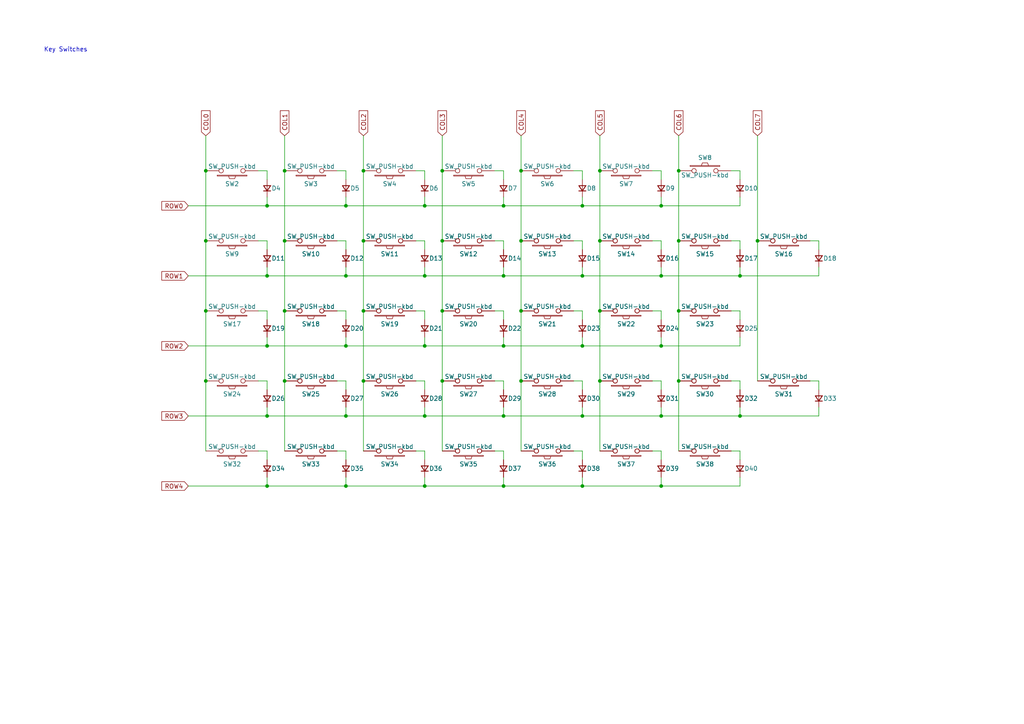
<source format=kicad_sch>
(kicad_sch (version 20211123) (generator eeschema)
  (paper "A4")
  (lib_symbols
    (symbol "D_Small_1" (pin_numbers hide) (pin_names (offset 0.254) hide)
      (property "Reference" "D" (at -1.27 2.032 0))
      (property "Value" "D_Small_1" (at -3.81 -2.032 0))
      (symbol "D_Small_1_1_1"
        (pin passive line (at -2.54 0 0) (length 1.778) (name "K") (number "1"))
        (pin passive line (at 2.54 0 180) (length 1.778) (name "A") (number "2"))
      )
    )
    (symbol "D_Small_10" (pin_numbers hide) (pin_names (offset 0.254) hide)
      (property "Reference" "D" (at -1.27 2.032 0))
      (property "Value" "D_Small_10" (at -3.81 -2.032 0))
      (symbol "D_Small_10_1_1"
        (pin passive line (at -2.54 0 0) (length 1.778) (name "K") (number "1"))
        (pin passive line (at 2.54 0 180) (length 1.778) (name "A") (number "2"))
      )
    )
    (symbol "D_Small_11" (pin_numbers hide) (pin_names (offset 0.254) hide)
      (property "Reference" "D" (at -1.27 2.032 0))
      (property "Value" "D_Small_11" (at -3.81 -2.032 0))
      (symbol "D_Small_11_1_1"
        (pin passive line (at -2.54 0 0) (length 1.778) (name "K") (number "1"))
        (pin passive line (at 2.54 0 180) (length 1.778) (name "A") (number "2"))
      )
    )
    (symbol "D_Small_12" (pin_numbers hide) (pin_names (offset 0.254) hide)
      (property "Reference" "D" (at -1.27 2.032 0))
      (property "Value" "D_Small_12" (at -3.81 -2.032 0))
      (symbol "D_Small_12_1_1"
        (pin passive line (at -2.54 0 0) (length 1.778) (name "K") (number "1"))
        (pin passive line (at 2.54 0 180) (length 1.778) (name "A") (number "2"))
      )
    )
    (symbol "D_Small_13" (pin_numbers hide) (pin_names (offset 0.254) hide)
      (property "Reference" "D" (at -1.27 2.032 0))
      (property "Value" "D_Small_13" (at -3.81 -2.032 0))
      (symbol "D_Small_13_1_1"
        (pin passive line (at -2.54 0 0) (length 1.778) (name "K") (number "1"))
        (pin passive line (at 2.54 0 180) (length 1.778) (name "A") (number "2"))
      )
    )
    (symbol "D_Small_14" (pin_numbers hide) (pin_names (offset 0.254) hide)
      (property "Reference" "D" (at -1.27 2.032 0))
      (property "Value" "D_Small_14" (at -3.81 -2.032 0))
      (symbol "D_Small_14_1_1"
        (pin passive line (at -2.54 0 0) (length 1.778) (name "K") (number "1"))
        (pin passive line (at 2.54 0 180) (length 1.778) (name "A") (number "2"))
      )
    )
    (symbol "D_Small_15" (pin_numbers hide) (pin_names (offset 0.254) hide)
      (property "Reference" "D" (at -1.27 2.032 0))
      (property "Value" "D_Small_15" (at -3.81 -2.032 0))
      (symbol "D_Small_15_1_1"
        (pin passive line (at -2.54 0 0) (length 1.778) (name "K") (number "1"))
        (pin passive line (at 2.54 0 180) (length 1.778) (name "A") (number "2"))
      )
    )
    (symbol "D_Small_16" (pin_numbers hide) (pin_names (offset 0.254) hide)
      (property "Reference" "D" (at -1.27 2.032 0))
      (property "Value" "D_Small_16" (at -3.81 -2.032 0))
      (symbol "D_Small_16_1_1"
        (pin passive line (at -2.54 0 0) (length 1.778) (name "K") (number "1"))
        (pin passive line (at 2.54 0 180) (length 1.778) (name "A") (number "2"))
      )
    )
    (symbol "D_Small_17" (pin_numbers hide) (pin_names (offset 0.254) hide)
      (property "Reference" "D" (at -1.27 2.032 0))
      (property "Value" "D_Small_17" (at -3.81 -2.032 0))
      (symbol "D_Small_17_1_1"
        (pin passive line (at -2.54 0 0) (length 1.778) (name "K") (number "1"))
        (pin passive line (at 2.54 0 180) (length 1.778) (name "A") (number "2"))
      )
    )
    (symbol "D_Small_18" (pin_numbers hide) (pin_names (offset 0.254) hide)
      (property "Reference" "D" (at -1.27 2.032 0))
      (property "Value" "D_Small_18" (at -3.81 -2.032 0))
      (symbol "D_Small_18_1_1"
        (pin passive line (at -2.54 0 0) (length 1.778) (name "K") (number "1"))
        (pin passive line (at 2.54 0 180) (length 1.778) (name "A") (number "2"))
      )
    )
    (symbol "D_Small_19" (pin_numbers hide) (pin_names (offset 0.254) hide)
      (property "Reference" "D" (at -1.27 2.032 0))
      (property "Value" "D_Small_19" (at -3.81 -2.032 0))
      (symbol "D_Small_19_1_1"
        (pin passive line (at -2.54 0 0) (length 1.778) (name "K") (number "1"))
        (pin passive line (at 2.54 0 180) (length 1.778) (name "A") (number "2"))
      )
    )
    (symbol "D_Small_2" (pin_numbers hide) (pin_names (offset 0.254) hide)
      (property "Reference" "D" (at -1.27 2.032 0))
      (property "Value" "D_Small_2" (at -3.81 -2.032 0))
      (symbol "D_Small_2_1_1"
        (pin passive line (at -2.54 0 0) (length 1.778) (name "K") (number "1"))
        (pin passive line (at 2.54 0 180) (length 1.778) (name "A") (number "2"))
      )
    )
    (symbol "D_Small_20" (pin_numbers hide) (pin_names (offset 0.254) hide)
      (property "Reference" "D" (at -1.27 2.032 0))
      (property "Value" "D_Small_20" (at -3.81 -2.032 0))
      (symbol "D_Small_20_1_1"
        (pin passive line (at -2.54 0 0) (length 1.778) (name "K") (number "1"))
        (pin passive line (at 2.54 0 180) (length 1.778) (name "A") (number "2"))
      )
    )
    (symbol "D_Small_21" (pin_numbers hide) (pin_names (offset 0.254) hide)
      (property "Reference" "D" (at -1.27 2.032 0))
      (property "Value" "D_Small_21" (at -3.81 -2.032 0))
      (symbol "D_Small_21_1_1"
        (pin passive line (at -2.54 0 0) (length 1.778) (name "K") (number "1"))
        (pin passive line (at 2.54 0 180) (length 1.778) (name "A") (number "2"))
      )
    )
    (symbol "D_Small_22" (pin_numbers hide) (pin_names (offset 0.254) hide)
      (property "Reference" "D" (at -1.27 2.032 0))
      (property "Value" "D_Small_22" (at -3.81 -2.032 0))
      (symbol "D_Small_22_1_1"
        (pin passive line (at -2.54 0 0) (length 1.778) (name "K") (number "1"))
        (pin passive line (at 2.54 0 180) (length 1.778) (name "A") (number "2"))
      )
    )
    (symbol "D_Small_23" (pin_numbers hide) (pin_names (offset 0.254) hide)
      (property "Reference" "D" (at -1.27 2.032 0))
      (property "Value" "D_Small_23" (at -3.81 -2.032 0))
      (symbol "D_Small_23_1_1"
        (pin passive line (at -2.54 0 0) (length 1.778) (name "K") (number "1"))
        (pin passive line (at 2.54 0 180) (length 1.778) (name "A") (number "2"))
      )
    )
    (symbol "D_Small_24" (pin_numbers hide) (pin_names (offset 0.254) hide)
      (property "Reference" "D" (at -1.27 2.032 0))
      (property "Value" "D_Small_24" (at -3.81 -2.032 0))
      (symbol "D_Small_24_1_1"
        (pin passive line (at -2.54 0 0) (length 1.778) (name "K") (number "1"))
        (pin passive line (at 2.54 0 180) (length 1.778) (name "A") (number "2"))
      )
    )
    (symbol "D_Small_25" (pin_numbers hide) (pin_names (offset 0.254) hide)
      (property "Reference" "D" (at -1.27 2.032 0))
      (property "Value" "D_Small_25" (at -3.81 -2.032 0))
      (symbol "D_Small_25_1_1"
        (pin passive line (at -2.54 0 0) (length 1.778) (name "K") (number "1"))
        (pin passive line (at 2.54 0 180) (length 1.778) (name "A") (number "2"))
      )
    )
    (symbol "D_Small_26" (pin_numbers hide) (pin_names (offset 0.254) hide)
      (property "Reference" "D" (at -1.27 2.032 0))
      (property "Value" "D_Small_26" (at -3.81 -2.032 0))
      (symbol "D_Small_26_1_1"
        (pin passive line (at -2.54 0 0) (length 1.778) (name "K") (number "1"))
        (pin passive line (at 2.54 0 180) (length 1.778) (name "A") (number "2"))
      )
    )
    (symbol "D_Small_27" (pin_numbers hide) (pin_names (offset 0.254) hide)
      (property "Reference" "D" (at -1.27 2.032 0))
      (property "Value" "D_Small_27" (at -3.81 -2.032 0))
      (symbol "D_Small_27_1_1"
        (pin passive line (at -2.54 0 0) (length 1.778) (name "K") (number "1"))
        (pin passive line (at 2.54 0 180) (length 1.778) (name "A") (number "2"))
      )
    )
    (symbol "D_Small_28" (pin_numbers hide) (pin_names (offset 0.254) hide)
      (property "Reference" "D" (at -1.27 2.032 0))
      (property "Value" "D_Small_28" (at -3.81 -2.032 0))
      (symbol "D_Small_28_1_1"
        (pin passive line (at -2.54 0 0) (length 1.778) (name "K") (number "1"))
        (pin passive line (at 2.54 0 180) (length 1.778) (name "A") (number "2"))
      )
    )
    (symbol "D_Small_29" (pin_numbers hide) (pin_names (offset 0.254) hide)
      (property "Reference" "D" (at -1.27 2.032 0))
      (property "Value" "D_Small_29" (at -3.81 -2.032 0))
      (symbol "D_Small_29_1_1"
        (pin passive line (at -2.54 0 0) (length 1.778) (name "K") (number "1"))
        (pin passive line (at 2.54 0 180) (length 1.778) (name "A") (number "2"))
      )
    )
    (symbol "D_Small_3" (pin_numbers hide) (pin_names (offset 0.254) hide)
      (property "Reference" "D" (at -1.27 2.032 0))
      (property "Value" "D_Small_3" (at -3.81 -2.032 0))
      (symbol "D_Small_3_1_1"
        (pin passive line (at -2.54 0 0) (length 1.778) (name "K") (number "1"))
        (pin passive line (at 2.54 0 180) (length 1.778) (name "A") (number "2"))
      )
    )
    (symbol "D_Small_30" (pin_numbers hide) (pin_names (offset 0.254) hide)
      (property "Reference" "D" (at -1.27 2.032 0))
      (property "Value" "D_Small_30" (at -3.81 -2.032 0))
      (symbol "D_Small_30_1_1"
        (pin passive line (at -2.54 0 0) (length 1.778) (name "K") (number "1"))
        (pin passive line (at 2.54 0 180) (length 1.778) (name "A") (number "2"))
      )
    )
    (symbol "D_Small_31" (pin_numbers hide) (pin_names (offset 0.254) hide)
      (property "Reference" "D" (at -1.27 2.032 0))
      (property "Value" "D_Small_31" (at -3.81 -2.032 0))
      (symbol "D_Small_31_1_1"
        (pin passive line (at -2.54 0 0) (length 1.778) (name "K") (number "1"))
        (pin passive line (at 2.54 0 180) (length 1.778) (name "A") (number "2"))
      )
    )
    (symbol "D_Small_32" (pin_numbers hide) (pin_names (offset 0.254) hide)
      (property "Reference" "D" (at -1.27 2.032 0))
      (property "Value" "D_Small_32" (at -3.81 -2.032 0))
      (symbol "D_Small_32_1_1"
        (pin passive line (at -2.54 0 0) (length 1.778) (name "K") (number "1"))
        (pin passive line (at 2.54 0 180) (length 1.778) (name "A") (number "2"))
      )
    )
    (symbol "D_Small_33" (pin_numbers hide) (pin_names (offset 0.254) hide)
      (property "Reference" "D" (at -1.27 2.032 0))
      (property "Value" "D_Small_33" (at -3.81 -2.032 0))
      (symbol "D_Small_33_1_1"
        (pin passive line (at -2.54 0 0) (length 1.778) (name "K") (number "1"))
        (pin passive line (at 2.54 0 180) (length 1.778) (name "A") (number "2"))
      )
    )
    (symbol "D_Small_34" (pin_numbers hide) (pin_names (offset 0.254) hide)
      (property "Reference" "D" (at -1.27 2.032 0))
      (property "Value" "D_Small_34" (at -3.81 -2.032 0))
      (symbol "D_Small_34_1_1"
        (pin passive line (at -2.54 0 0) (length 1.778) (name "K") (number "1"))
        (pin passive line (at 2.54 0 180) (length 1.778) (name "A") (number "2"))
      )
    )
    (symbol "D_Small_35" (pin_numbers hide) (pin_names (offset 0.254) hide)
      (property "Reference" "D" (at -1.27 2.032 0))
      (property "Value" "D_Small_35" (at -3.81 -2.032 0))
      (symbol "D_Small_35_1_1"
        (pin passive line (at -2.54 0 0) (length 1.778) (name "K") (number "1"))
        (pin passive line (at 2.54 0 180) (length 1.778) (name "A") (number "2"))
      )
    )
    (symbol "D_Small_36" (pin_numbers hide) (pin_names (offset 0.254) hide)
      (property "Reference" "D" (at -1.27 2.032 0))
      (property "Value" "D_Small_36" (at -3.81 -2.032 0))
      (symbol "D_Small_36_1_1"
        (pin passive line (at -2.54 0 0) (length 1.778) (name "K") (number "1"))
        (pin passive line (at 2.54 0 180) (length 1.778) (name "A") (number "2"))
      )
    )
    (symbol "D_Small_4" (pin_numbers hide) (pin_names (offset 0.254) hide)
      (property "Reference" "D" (at -1.27 2.032 0))
      (property "Value" "D_Small_4" (at -3.81 -2.032 0))
      (symbol "D_Small_4_1_1"
        (pin passive line (at -2.54 0 0) (length 1.778) (name "K") (number "1"))
        (pin passive line (at 2.54 0 180) (length 1.778) (name "A") (number "2"))
      )
    )
    (symbol "D_Small_5" (pin_numbers hide) (pin_names (offset 0.254) hide)
      (property "Reference" "D" (at -1.27 2.032 0))
      (property "Value" "D_Small_5" (at -3.81 -2.032 0))
      (symbol "D_Small_5_1_1"
        (pin passive line (at -2.54 0 0) (length 1.778) (name "K") (number "1"))
        (pin passive line (at 2.54 0 180) (length 1.778) (name "A") (number "2"))
      )
    )
    (symbol "D_Small_6" (pin_numbers hide) (pin_names (offset 0.254) hide)
      (property "Reference" "D" (at -1.27 2.032 0))
      (property "Value" "D_Small_6" (at -3.81 -2.032 0))
      (symbol "D_Small_6_1_1"
        (pin passive line (at -2.54 0 0) (length 1.778) (name "K") (number "1"))
        (pin passive line (at 2.54 0 180) (length 1.778) (name "A") (number "2"))
      )
    )
    (symbol "D_Small_7" (pin_numbers hide) (pin_names (offset 0.254) hide)
      (property "Reference" "D" (at -1.27 2.032 0))
      (property "Value" "D_Small_7" (at -3.81 -2.032 0))
      (symbol "D_Small_7_1_1"
        (pin passive line (at -2.54 0 0) (length 1.778) (name "K") (number "1"))
        (pin passive line (at 2.54 0 180) (length 1.778) (name "A") (number "2"))
      )
    )
    (symbol "D_Small_8" (pin_numbers hide) (pin_names (offset 0.254) hide)
      (property "Reference" "D" (at -1.27 2.032 0))
      (property "Value" "D_Small_8" (at -3.81 -2.032 0))
      (symbol "D_Small_8_1_1"
        (pin passive line (at -2.54 0 0) (length 1.778) (name "K") (number "1"))
        (pin passive line (at 2.54 0 180) (length 1.778) (name "A") (number "2"))
      )
    )
    (symbol "D_Small_9" (pin_numbers hide) (pin_names (offset 0.254) hide)
      (property "Reference" "D" (at -1.27 2.032 0))
      (property "Value" "D_Small_9" (at -3.81 -2.032 0))
      (symbol "D_Small_9_1_1"
        (pin passive line (at -2.54 0 0) (length 1.778) (name "K") (number "1"))
        (pin passive line (at 2.54 0 180) (length 1.778) (name "A") (number "2"))
      )
    )
    (symbol "ma8ic_split_69:D_Small" (pin_numbers hide) (pin_names (offset 0.254) hide)
      (property "Reference" "D" (at -1.27 2.032 0))
      (property "Value" "D_Small" (at -3.81 -2.032 0))
      (symbol "D_Small_1_1"
        (pin passive line (at -2.54 0 0) (length 1.778) (name "K") (number "1"))
        (pin passive line (at 2.54 0 180) (length 1.778) (name "A") (number "2"))
      )
    )
    (symbol "ma8ic_split_69:SW_PUSH" (pin_numbers hide) (pin_names (offset 1.016) hide)
      (property "Reference" "SW" (at 3.81 2.794 0))
      (property "Value" "SW_PUSH" (at 0 -2.032 0))
      (symbol "SW_PUSH_0_1"
        (pin passive inverted (at -7.62 0 0) (length 5.08) (name "1") (number "1"))
        (pin passive inverted (at 7.62 0 180) (length 5.08) (name "2") (number "2"))
      )
    )
  )
  (junction (at 191.77 140.97))
  (junction (at 196.85 49.53))
  (junction (at 128.27 69.85))
  (junction (at 77.47 59.69))
  (junction (at 146.05 140.97))
  (junction (at 151.13 90.17))
  (junction (at 168.91 120.65))
  (junction (at 123.19 100.33))
  (junction (at 100.33 59.69))
  (junction (at 82.55 49.53))
  (junction (at 128.27 110.49))
  (junction (at 82.55 90.17))
  (junction (at 82.55 110.49))
  (junction (at 196.85 90.17))
  (junction (at 146.05 120.65))
  (junction (at 214.63 80.01))
  (junction (at 77.47 80.01))
  (junction (at 59.69 49.53))
  (junction (at 105.41 110.49))
  (junction (at 168.91 80.01))
  (junction (at 100.33 120.65))
  (junction (at 59.69 69.85))
  (junction (at 173.99 69.85))
  (junction (at 196.85 110.49))
  (junction (at 105.41 90.17))
  (junction (at 168.91 59.69))
  (junction (at 123.19 120.65))
  (junction (at 191.77 59.69))
  (junction (at 123.19 80.01))
  (junction (at 128.27 90.17))
  (junction (at 151.13 110.49))
  (junction (at 191.77 100.33))
  (junction (at 82.55 69.85))
  (junction (at 173.99 90.17))
  (junction (at 123.19 59.69))
  (junction (at 173.99 110.49))
  (junction (at 100.33 140.97))
  (junction (at 191.77 80.01))
  (junction (at 105.41 49.53))
  (junction (at 128.27 49.53))
  (junction (at 168.91 100.33))
  (junction (at 151.13 49.53))
  (junction (at 196.85 69.85))
  (junction (at 173.99 49.53))
  (junction (at 146.05 80.01))
  (junction (at 77.47 140.97))
  (junction (at 146.05 59.69))
  (junction (at 59.69 90.17))
  (junction (at 100.33 100.33))
  (junction (at 168.91 140.97))
  (junction (at 214.63 120.65))
  (junction (at 146.05 100.33))
  (junction (at 219.71 69.85))
  (junction (at 191.77 120.65))
  (junction (at 100.33 80.01))
  (junction (at 77.47 120.65))
  (junction (at 105.41 69.85))
  (junction (at 151.13 69.85))
  (junction (at 123.19 140.97))
  (junction (at 77.47 100.33))
  (junction (at 59.69 110.49))
  (wire (pts (xy 100.33 120.65) (xy 123.19 120.65)))
  (wire (pts (xy 146.05 140.97) (xy 146.05 138.43)))
  (wire (pts (xy 212.09 49.53) (xy 214.63 49.53)))
  (wire (pts (xy 97.79 69.85) (xy 100.33 69.85)))
  (wire (pts (xy 97.79 49.53) (xy 100.33 49.53)))
  (wire (pts (xy 105.41 49.53) (xy 105.41 69.85)))
  (wire (pts (xy 77.47 49.53) (xy 77.47 52.07)))
  (wire (pts (xy 214.63 59.69) (xy 214.63 57.15)))
  (wire (pts (xy 214.63 130.81) (xy 214.63 133.35)))
  (wire (pts (xy 97.79 130.81) (xy 100.33 130.81)))
  (wire (pts (xy 105.41 90.17) (xy 105.41 110.49)))
  (wire (pts (xy 143.51 110.49) (xy 146.05 110.49)))
  (wire (pts (xy 219.71 69.85) (xy 219.71 110.49)))
  (wire (pts (xy 105.41 69.85) (xy 105.41 90.17)))
  (wire (pts (xy 191.77 59.69) (xy 214.63 59.69)))
  (wire (pts (xy 54.61 140.97) (xy 77.47 140.97)))
  (wire (pts (xy 143.51 69.85) (xy 146.05 69.85)))
  (wire (pts (xy 77.47 110.49) (xy 77.47 113.03)))
  (wire (pts (xy 146.05 140.97) (xy 168.91 140.97)))
  (wire (pts (xy 82.55 69.85) (xy 82.55 90.17)))
  (wire (pts (xy 191.77 120.65) (xy 214.63 120.65)))
  (wire (pts (xy 214.63 69.85) (xy 214.63 72.39)))
  (wire (pts (xy 146.05 100.33) (xy 146.05 97.79)))
  (wire (pts (xy 123.19 90.17) (xy 123.19 92.71)))
  (wire (pts (xy 151.13 49.53) (xy 151.13 69.85)))
  (wire (pts (xy 77.47 120.65) (xy 100.33 120.65)))
  (wire (pts (xy 166.37 130.81) (xy 168.91 130.81)))
  (wire (pts (xy 77.47 140.97) (xy 100.33 140.97)))
  (wire (pts (xy 173.99 49.53) (xy 173.99 69.85)))
  (wire (pts (xy 173.99 110.49) (xy 173.99 130.81)))
  (wire (pts (xy 166.37 49.53) (xy 168.91 49.53)))
  (wire (pts (xy 59.69 49.53) (xy 59.69 69.85)))
  (wire (pts (xy 191.77 90.17) (xy 191.77 92.71)))
  (wire (pts (xy 151.13 110.49) (xy 151.13 130.81)))
  (wire (pts (xy 189.23 69.85) (xy 191.77 69.85)))
  (wire (pts (xy 105.41 110.49) (xy 105.41 130.81)))
  (wire (pts (xy 191.77 49.53) (xy 191.77 52.07)))
  (wire (pts (xy 146.05 120.65) (xy 168.91 120.65)))
  (wire (pts (xy 100.33 110.49) (xy 100.33 113.03)))
  (wire (pts (xy 82.55 39.37) (xy 82.55 49.53)))
  (wire (pts (xy 168.91 110.49) (xy 168.91 113.03)))
  (wire (pts (xy 74.93 69.85) (xy 77.47 69.85)))
  (wire (pts (xy 59.69 69.85) (xy 59.69 90.17)))
  (wire (pts (xy 146.05 49.53) (xy 146.05 52.07)))
  (wire (pts (xy 100.33 100.33) (xy 123.19 100.33)))
  (wire (pts (xy 74.93 90.17) (xy 77.47 90.17)))
  (wire (pts (xy 196.85 90.17) (xy 196.85 110.49)))
  (wire (pts (xy 168.91 130.81) (xy 168.91 133.35)))
  (wire (pts (xy 166.37 69.85) (xy 168.91 69.85)))
  (wire (pts (xy 77.47 100.33) (xy 77.47 97.79)))
  (wire (pts (xy 191.77 120.65) (xy 191.77 118.11)))
  (wire (pts (xy 82.55 49.53) (xy 82.55 69.85)))
  (wire (pts (xy 77.47 130.81) (xy 77.47 133.35)))
  (wire (pts (xy 146.05 100.33) (xy 168.91 100.33)))
  (wire (pts (xy 168.91 49.53) (xy 168.91 52.07)))
  (wire (pts (xy 212.09 90.17) (xy 214.63 90.17)))
  (wire (pts (xy 219.71 39.37) (xy 219.71 69.85)))
  (wire (pts (xy 100.33 100.33) (xy 100.33 97.79)))
  (wire (pts (xy 196.85 69.85) (xy 196.85 90.17)))
  (wire (pts (xy 120.65 130.81) (xy 123.19 130.81)))
  (wire (pts (xy 151.13 39.37) (xy 151.13 49.53)))
  (wire (pts (xy 146.05 80.01) (xy 146.05 77.47)))
  (wire (pts (xy 173.99 90.17) (xy 173.99 110.49)))
  (wire (pts (xy 146.05 90.17) (xy 146.05 92.71)))
  (wire (pts (xy 214.63 90.17) (xy 214.63 92.71)))
  (wire (pts (xy 168.91 120.65) (xy 168.91 118.11)))
  (wire (pts (xy 123.19 140.97) (xy 146.05 140.97)))
  (wire (pts (xy 120.65 90.17) (xy 123.19 90.17)))
  (wire (pts (xy 77.47 80.01) (xy 77.47 77.47)))
  (wire (pts (xy 100.33 49.53) (xy 100.33 52.07)))
  (wire (pts (xy 189.23 90.17) (xy 191.77 90.17)))
  (wire (pts (xy 54.61 80.01) (xy 77.47 80.01)))
  (wire (pts (xy 59.69 39.37) (xy 59.69 49.53)))
  (wire (pts (xy 212.09 69.85) (xy 214.63 69.85)))
  (wire (pts (xy 97.79 90.17) (xy 100.33 90.17)))
  (wire (pts (xy 214.63 120.65) (xy 237.49 120.65)))
  (wire (pts (xy 100.33 130.81) (xy 100.33 133.35)))
  (wire (pts (xy 146.05 110.49) (xy 146.05 113.03)))
  (wire (pts (xy 214.63 49.53) (xy 214.63 52.07)))
  (wire (pts (xy 166.37 90.17) (xy 168.91 90.17)))
  (wire (pts (xy 191.77 140.97) (xy 191.77 138.43)))
  (wire (pts (xy 74.93 49.53) (xy 77.47 49.53)))
  (wire (pts (xy 123.19 110.49) (xy 123.19 113.03)))
  (wire (pts (xy 196.85 39.37) (xy 196.85 49.53)))
  (wire (pts (xy 168.91 90.17) (xy 168.91 92.71)))
  (wire (pts (xy 214.63 110.49) (xy 214.63 113.03)))
  (wire (pts (xy 143.51 90.17) (xy 146.05 90.17)))
  (wire (pts (xy 54.61 120.65) (xy 77.47 120.65)))
  (wire (pts (xy 191.77 100.33) (xy 191.77 97.79)))
  (wire (pts (xy 212.09 130.81) (xy 214.63 130.81)))
  (wire (pts (xy 191.77 100.33) (xy 214.63 100.33)))
  (wire (pts (xy 54.61 100.33) (xy 77.47 100.33)))
  (wire (pts (xy 123.19 140.97) (xy 123.19 138.43)))
  (wire (pts (xy 168.91 120.65) (xy 191.77 120.65)))
  (wire (pts (xy 77.47 59.69) (xy 77.47 57.15)))
  (wire (pts (xy 146.05 59.69) (xy 146.05 57.15)))
  (wire (pts (xy 168.91 59.69) (xy 191.77 59.69)))
  (wire (pts (xy 191.77 80.01) (xy 214.63 80.01)))
  (wire (pts (xy 191.77 80.01) (xy 191.77 77.47)))
  (wire (pts (xy 168.91 140.97) (xy 191.77 140.97)))
  (wire (pts (xy 123.19 120.65) (xy 123.19 118.11)))
  (wire (pts (xy 77.47 100.33) (xy 100.33 100.33)))
  (wire (pts (xy 143.51 130.81) (xy 146.05 130.81)))
  (wire (pts (xy 146.05 59.69) (xy 168.91 59.69)))
  (wire (pts (xy 146.05 80.01) (xy 168.91 80.01)))
  (wire (pts (xy 168.91 69.85) (xy 168.91 72.39)))
  (wire (pts (xy 100.33 59.69) (xy 100.33 57.15)))
  (wire (pts (xy 82.55 90.17) (xy 82.55 110.49)))
  (wire (pts (xy 168.91 80.01) (xy 168.91 77.47)))
  (wire (pts (xy 77.47 59.69) (xy 100.33 59.69)))
  (wire (pts (xy 196.85 110.49) (xy 196.85 130.81)))
  (wire (pts (xy 146.05 69.85) (xy 146.05 72.39)))
  (wire (pts (xy 189.23 130.81) (xy 191.77 130.81)))
  (wire (pts (xy 120.65 49.53) (xy 123.19 49.53)))
  (wire (pts (xy 120.65 110.49) (xy 123.19 110.49)))
  (wire (pts (xy 97.79 110.49) (xy 100.33 110.49)))
  (wire (pts (xy 166.37 110.49) (xy 168.91 110.49)))
  (wire (pts (xy 214.63 80.01) (xy 237.49 80.01)))
  (wire (pts (xy 234.95 110.49) (xy 237.49 110.49)))
  (wire (pts (xy 100.33 140.97) (xy 123.19 140.97)))
  (wire (pts (xy 146.05 120.65) (xy 146.05 118.11)))
  (wire (pts (xy 77.47 80.01) (xy 100.33 80.01)))
  (wire (pts (xy 82.55 110.49) (xy 82.55 130.81)))
  (wire (pts (xy 77.47 90.17) (xy 77.47 92.71)))
  (wire (pts (xy 146.05 130.81) (xy 146.05 133.35)))
  (wire (pts (xy 196.85 49.53) (xy 196.85 69.85)))
  (wire (pts (xy 237.49 120.65) (xy 237.49 118.11)))
  (wire (pts (xy 59.69 110.49) (xy 59.69 130.81)))
  (wire (pts (xy 214.63 100.33) (xy 214.63 97.79)))
  (wire (pts (xy 128.27 90.17) (xy 128.27 110.49)))
  (wire (pts (xy 128.27 110.49) (xy 128.27 130.81)))
  (wire (pts (xy 214.63 80.01) (xy 214.63 77.47)))
  (wire (pts (xy 54.61 59.69) (xy 77.47 59.69)))
  (wire (pts (xy 123.19 59.69) (xy 146.05 59.69)))
  (wire (pts (xy 123.19 130.81) (xy 123.19 133.35)))
  (wire (pts (xy 123.19 80.01) (xy 123.19 77.47)))
  (wire (pts (xy 123.19 59.69) (xy 123.19 57.15)))
  (wire (pts (xy 100.33 80.01) (xy 123.19 80.01)))
  (wire (pts (xy 237.49 110.49) (xy 237.49 113.03)))
  (wire (pts (xy 237.49 69.85) (xy 237.49 72.39)))
  (wire (pts (xy 212.09 110.49) (xy 214.63 110.49)))
  (wire (pts (xy 189.23 49.53) (xy 191.77 49.53)))
  (wire (pts (xy 151.13 69.85) (xy 151.13 90.17)))
  (wire (pts (xy 191.77 59.69) (xy 191.77 57.15)))
  (wire (pts (xy 77.47 69.85) (xy 77.47 72.39)))
  (wire (pts (xy 77.47 120.65) (xy 77.47 118.11)))
  (wire (pts (xy 100.33 80.01) (xy 100.33 77.47)))
  (wire (pts (xy 168.91 100.33) (xy 191.77 100.33)))
  (wire (pts (xy 143.51 49.53) (xy 146.05 49.53)))
  (wire (pts (xy 105.41 39.37) (xy 105.41 49.53)))
  (wire (pts (xy 214.63 120.65) (xy 214.63 118.11)))
  (wire (pts (xy 168.91 100.33) (xy 168.91 97.79)))
  (wire (pts (xy 191.77 110.49) (xy 191.77 113.03)))
  (wire (pts (xy 74.93 130.81) (xy 77.47 130.81)))
  (wire (pts (xy 128.27 39.37) (xy 128.27 49.53)))
  (wire (pts (xy 173.99 39.37) (xy 173.99 49.53)))
  (wire (pts (xy 59.69 90.17) (xy 59.69 110.49)))
  (wire (pts (xy 77.47 140.97) (xy 77.47 138.43)))
  (wire (pts (xy 234.95 69.85) (xy 237.49 69.85)))
  (wire (pts (xy 100.33 59.69) (xy 123.19 59.69)))
  (wire (pts (xy 168.91 140.97) (xy 168.91 138.43)))
  (wire (pts (xy 120.65 69.85) (xy 123.19 69.85)))
  (wire (pts (xy 173.99 69.85) (xy 173.99 90.17)))
  (wire (pts (xy 151.13 90.17) (xy 151.13 110.49)))
  (wire (pts (xy 214.63 140.97) (xy 214.63 138.43)))
  (wire (pts (xy 100.33 120.65) (xy 100.33 118.11)))
  (wire (pts (xy 237.49 80.01) (xy 237.49 77.47)))
  (wire (pts (xy 123.19 120.65) (xy 146.05 120.65)))
  (wire (pts (xy 128.27 69.85) (xy 128.27 90.17)))
  (wire (pts (xy 123.19 49.53) (xy 123.19 52.07)))
  (wire (pts (xy 123.19 80.01) (xy 146.05 80.01)))
  (wire (pts (xy 191.77 69.85) (xy 191.77 72.39)))
  (wire (pts (xy 191.77 140.97) (xy 214.63 140.97)))
  (wire (pts (xy 100.33 69.85) (xy 100.33 72.39)))
  (wire (pts (xy 123.19 100.33) (xy 123.19 97.79)))
  (wire (pts (xy 123.19 100.33) (xy 146.05 100.33)))
  (wire (pts (xy 74.93 110.49) (xy 77.47 110.49)))
  (wire (pts (xy 191.77 130.81) (xy 191.77 133.35)))
  (wire (pts (xy 100.33 140.97) (xy 100.33 138.43)))
  (wire (pts (xy 189.23 110.49) (xy 191.77 110.49)))
  (wire (pts (xy 123.19 69.85) (xy 123.19 72.39)))
  (wire (pts (xy 100.33 90.17) (xy 100.33 92.71)))
  (wire (pts (xy 168.91 80.01) (xy 191.77 80.01)))
  (wire (pts (xy 168.91 59.69) (xy 168.91 57.15)))
  (wire (pts (xy 128.27 49.53) (xy 128.27 69.85)))
  (text "Key Switches" (at 12.7 15.24 0) (effects (font (size 1.27 1.27)) (justify left bottom)))
  (global_label "ROW2" (shape input) (at 54.61 100.33 180) (property "Intersheet References" "${INTERSHEET_REFS}" (effects hide)))
  (global_label "ROW0" (shape input) (at 54.61 59.69 180) (property "Intersheet References" "${INTERSHEET_REFS}" (effects hide)))
  (global_label "COL1" (shape input) (at 82.55 39.37 90) (property "Intersheet References" "${INTERSHEET_REFS}" (effects hide)))
  (global_label "COL5" (shape input) (at 173.99 39.37 90) (property "Intersheet References" "${INTERSHEET_REFS}" (effects hide)))
  (global_label "COL7" (shape input) (at 219.71 39.37 90) (property "Intersheet References" "${INTERSHEET_REFS}" (effects hide)))
  (global_label "COL0" (shape input) (at 59.69 39.37 90) (property "Intersheet References" "${INTERSHEET_REFS}" (effects hide)))
  (global_label "COL6" (shape input) (at 196.85 39.37 90) (property "Intersheet References" "${INTERSHEET_REFS}" (effects hide)))
  (global_label "ROW1" (shape input) (at 54.61 80.01 180) (property "Intersheet References" "${INTERSHEET_REFS}" (effects hide)))
  (global_label "COL3" (shape input) (at 128.27 39.37 90) (property "Intersheet References" "${INTERSHEET_REFS}" (effects hide)))
  (global_label "COL2" (shape input) (at 105.41 39.37 90) (property "Intersheet References" "${INTERSHEET_REFS}" (effects hide)))
  (global_label "ROW3" (shape input) (at 54.61 120.65 180) (property "Intersheet References" "${INTERSHEET_REFS}" (effects hide)))
  (global_label "ROW4" (shape input) (at 54.61 140.97 180) (property "Intersheet References" "${INTERSHEET_REFS}" (effects hide)))
  (global_label "COL4" (shape input) (at 151.13 39.37 90) (property "Intersheet References" "${INTERSHEET_REFS}" (effects hide)))
  (symbol (lib_name "D_Small_20") (lib_id "ma8ic_split_69:D_Small") (at 146.05 95.25 90) (unit 1)
    (property "Reference" "D22" (at 147.32 95.25 90) (effects (justify right)))
    (property "Value" "D_Small" (effects hide))
    (property "Footprint" "ma8ic_split_69:D3_SMD_v2" (effects hide))
    (property "LCSC" "C81598" (effects hide))
  )
  (symbol (lib_id "ma8ic_split_69:SW_PUSH") (at 67.31 110.49 180) (unit 1)
    (property "Reference" "SW24" (at 67.31 114.3 0))
    (property "Value" "SW_PUSH-kbd" (at 67.31 109.22 0))
    (property "Footprint" "ma8ic_split_69:ChocV1_V2_Hotswap" (effects hide))
    (property "LCSC" "C5333465" (effects hide))
  )
  (symbol (lib_name "D_Small_13") (lib_id "ma8ic_split_69:D_Small") (at 214.63 135.89 90) (unit 1)
    (property "Reference" "D40" (at 215.9 135.89 90) (effects (justify right)))
    (property "Value" "D_Small" (effects hide))
    (property "Footprint" "ma8ic_split_69:D3_SMD_v2" (effects hide))
    (property "LCSC" "C81598" (effects hide))
  )
  (symbol (lib_id "ma8ic_split_69:SW_PUSH") (at 227.33 110.49 180) (unit 1)
    (property "Reference" "SW31" (at 227.33 114.3 0))
    (property "Value" "SW_PUSH-kbd" (at 227.33 109.22 0))
    (property "Footprint" "ma8ic_split_69:ChocV1_V2_Hotswap" (effects hide))
    (property "LCSC" "C5333465" (effects hide))
  )
  (symbol (lib_id "ma8ic_split_69:SW_PUSH") (at 90.17 90.17 180) (unit 1)
    (property "Reference" "SW18" (at 90.17 93.98 0))
    (property "Value" "SW_PUSH-kbd" (at 90.17 88.9 0))
    (property "Footprint" "ma8ic_split_69:ChocV1_V2_Hotswap" (effects hide))
    (property "LCSC" "C5333465" (effects hide))
  )
  (symbol (lib_id "ma8ic_split_69:SW_PUSH") (at 135.89 110.49 180) (unit 1)
    (property "Reference" "SW27" (at 135.89 114.3 0))
    (property "Value" "SW_PUSH-kbd" (at 135.89 109.22 0))
    (property "Footprint" "ma8ic_split_69:ChocV1_V2_Hotswap" (effects hide))
    (property "LCSC" "C5333465" (effects hide))
  )
  (symbol (lib_id "ma8ic_split_69:SW_PUSH") (at 158.75 110.49 180) (unit 1)
    (property "Reference" "SW28" (at 158.75 114.3 0))
    (property "Value" "SW_PUSH-kbd" (at 158.75 109.22 0))
    (property "Footprint" "ma8ic_split_69:ChocV1_V2_Hotswap" (effects hide))
    (property "LCSC" "C5333465" (effects hide))
  )
  (symbol (lib_id "ma8ic_split_69:SW_PUSH") (at 113.03 130.81 180) (unit 1)
    (property "Reference" "SW34" (at 113.03 134.62 0))
    (property "Value" "SW_PUSH-kbd" (at 113.03 129.54 0))
    (property "Footprint" "ma8ic_split_69:ChocV1_V2_Hotswap" (effects hide))
    (property "LCSC" "C5333465" (effects hide))
  )
  (symbol (lib_id "ma8ic_split_69:SW_PUSH") (at 204.47 49.53 0) (unit 1)
    (property "Reference" "SW8" (at 204.47 45.72 0))
    (property "Value" "SW_PUSH-kbd" (at 204.47 50.8 0))
    (property "Footprint" "ma8ic_split_69:ChocV1_V2_Hotswap" (effects hide))
    (property "LCSC" "C5333465" (effects hide))
  )
  (symbol (lib_name "D_Small_21") (lib_id "ma8ic_split_69:D_Small") (at 146.05 135.89 90) (unit 1)
    (property "Reference" "D37" (at 147.32 135.89 90) (effects (justify right)))
    (property "Value" "D_Small" (effects hide))
    (property "Footprint" "ma8ic_split_69:D3_SMD_v2" (effects hide))
    (property "LCSC" "C81598" (effects hide))
  )
  (symbol (lib_name "D_Small_29") (lib_id "ma8ic_split_69:D_Small") (at 123.19 135.89 90) (unit 1)
    (property "Reference" "D36" (at 124.46 135.89 90) (effects (justify right)))
    (property "Value" "D_Small" (effects hide))
    (property "Footprint" "ma8ic_split_69:D3_SMD_v2" (effects hide))
    (property "LCSC" "C81598" (effects hide))
  )
  (symbol (lib_name "D_Small_17") (lib_id "ma8ic_split_69:D_Small") (at 237.49 115.57 90) (unit 1)
    (property "Reference" "D33" (at 238.76 115.57 90) (effects (justify right)))
    (property "Value" "D_Small" (effects hide))
    (property "Footprint" "ma8ic_split_69:D3_SMD_v2" (effects hide))
    (property "LCSC" "C81598" (effects hide))
  )
  (symbol (lib_id "ma8ic_split_69:SW_PUSH") (at 113.03 110.49 180) (unit 1)
    (property "Reference" "SW26" (at 113.03 114.3 0))
    (property "Value" "SW_PUSH-kbd" (at 113.03 109.22 0))
    (property "Footprint" "ma8ic_split_69:ChocV1_V2_Hotswap" (effects hide))
    (property "LCSC" "C5333465" (effects hide))
  )
  (symbol (lib_id "ma8ic_split_69:SW_PUSH") (at 204.47 69.85 180) (unit 1)
    (property "Reference" "SW15" (at 204.47 73.66 0))
    (property "Value" "SW_PUSH-kbd" (at 204.47 68.58 0))
    (property "Footprint" "ma8ic_split_69:ChocV1_V2_Hotswap" (effects hide))
    (property "LCSC" "C5333465" (effects hide))
  )
  (symbol (lib_id "ma8ic_split_69:SW_PUSH") (at 204.47 90.17 180) (unit 1)
    (property "Reference" "SW23" (at 204.47 93.98 0))
    (property "Value" "SW_PUSH-kbd" (at 204.47 88.9 0))
    (property "Footprint" "ma8ic_split_69:ChocV1_V2_Hotswap" (effects hide))
    (property "LCSC" "C5333465" (effects hide))
  )
  (symbol (lib_name "D_Small_18") (lib_id "ma8ic_split_69:D_Small") (at 214.63 115.57 90) (unit 1)
    (property "Reference" "D32" (at 215.9 115.57 90) (effects (justify right)))
    (property "Value" "D_Small" (effects hide))
    (property "Footprint" "ma8ic_split_69:D3_SMD_v2" (effects hide))
    (property "LCSC" "C81598" (effects hide))
  )
  (symbol (lib_name "D_Small_32") (lib_id "ma8ic_split_69:D_Small") (at 100.33 95.25 90) (unit 1)
    (property "Reference" "D20" (at 101.6 95.25 90) (effects (justify right)))
    (property "Value" "D_Small" (effects hide))
    (property "Footprint" "ma8ic_split_69:D3_SMD_v2" (effects hide))
    (property "LCSC" "C81598" (effects hide))
  )
  (symbol (lib_name "D_Small_6") (lib_id "ma8ic_split_69:D_Small") (at 168.91 135.89 90) (unit 1)
    (property "Reference" "D38" (at 170.18 135.89 90) (effects (justify right)))
    (property "Value" "D_Small" (effects hide))
    (property "Footprint" "ma8ic_split_69:D3_SMD_v2" (effects hide))
    (property "LCSC" "C81598" (effects hide))
  )
  (symbol (lib_name "D_Small_34") (lib_id "ma8ic_split_69:D_Small") (at 77.47 135.89 90) (unit 1)
    (property "Reference" "D34" (at 78.74 135.89 90) (effects (justify right)))
    (property "Value" "D_Small" (effects hide))
    (property "Footprint" "ma8ic_split_69:D3_SMD_v2" (effects hide))
    (property "LCSC" "C81598" (effects hide))
  )
  (symbol (lib_id "ma8ic_split_69:SW_PUSH") (at 181.61 130.81 180) (unit 1)
    (property "Reference" "SW37" (at 181.61 134.62 0))
    (property "Value" "SW_PUSH-kbd" (at 181.61 129.54 0))
    (property "Footprint" "ma8ic_split_69:ChocV1_V2_Hotswap" (effects hide))
    (property "LCSC" "C5333465" (effects hide))
  )
  (symbol (lib_name "D_Small_10") (lib_id "ma8ic_split_69:D_Small") (at 146.05 54.61 90) (unit 1)
    (property "Reference" "D7" (at 147.32 54.61 90) (effects (justify right)))
    (property "Value" "D_Small" (effects hide))
    (property "Footprint" "ma8ic_split_69:D3_SMD_v2" (effects hide))
    (property "LCSC" "C81598" (effects hide))
  )
  (symbol (lib_id "ma8ic_split_69:D_Small") (at 100.33 135.89 90) (unit 1)
    (property "Reference" "D35" (at 101.6 135.89 90) (effects (justify right)))
    (property "Value" "D_Small" (effects hide))
    (property "Footprint" "ma8ic_split_69:D3_SMD_v2" (effects hide))
    (property "LCSC" "C81598" (effects hide))
  )
  (symbol (lib_name "D_Small_27") (lib_id "ma8ic_split_69:D_Small") (at 123.19 95.25 90) (unit 1)
    (property "Reference" "D21" (at 124.46 95.25 90) (effects (justify right)))
    (property "Value" "D_Small" (effects hide))
    (property "Footprint" "ma8ic_split_69:D3_SMD_v2" (effects hide))
    (property "LCSC" "C81598" (effects hide))
  )
  (symbol (lib_name "D_Small_5") (lib_id "ma8ic_split_69:D_Small") (at 237.49 74.93 90) (unit 1)
    (property "Reference" "D18" (at 238.76 74.93 90) (effects (justify right)))
    (property "Value" "D_Small" (effects hide))
    (property "Footprint" "ma8ic_split_69:D3_SMD_v2" (effects hide))
    (property "LCSC" "C81598" (effects hide))
  )
  (symbol (lib_name "D_Small_3") (lib_id "ma8ic_split_69:D_Small") (at 214.63 74.93 90) (unit 1)
    (property "Reference" "D17" (at 215.9 74.93 90) (effects (justify right)))
    (property "Value" "D_Small" (effects hide))
    (property "Footprint" "ma8ic_split_69:D3_SMD_v2" (effects hide))
    (property "LCSC" "C81598" (effects hide))
  )
  (symbol (lib_id "ma8ic_split_69:SW_PUSH") (at 135.89 130.81 180) (unit 1)
    (property "Reference" "SW35" (at 135.89 134.62 0))
    (property "Value" "SW_PUSH-kbd" (at 135.89 129.54 0))
    (property "Footprint" "ma8ic_split_69:ChocV1_V2_Hotswap" (effects hide))
    (property "LCSC" "C5333465" (effects hide))
  )
  (symbol (lib_id "ma8ic_split_69:SW_PUSH") (at 181.61 90.17 180) (unit 1)
    (property "Reference" "SW22" (at 181.61 93.98 0))
    (property "Value" "SW_PUSH-kbd" (at 181.61 88.9 0))
    (property "Footprint" "ma8ic_split_69:ChocV1_V2_Hotswap" (effects hide))
    (property "LCSC" "C5333465" (effects hide))
  )
  (symbol (lib_id "ma8ic_split_69:SW_PUSH") (at 135.89 90.17 180) (unit 1)
    (property "Reference" "SW20" (at 135.89 93.98 0))
    (property "Value" "SW_PUSH-kbd" (at 135.89 88.9 0))
    (property "Footprint" "ma8ic_split_69:ChocV1_V2_Hotswap" (effects hide))
    (property "LCSC" "C5333465" (effects hide))
  )
  (symbol (lib_name "D_Small_7") (lib_id "ma8ic_split_69:D_Small") (at 168.91 115.57 90) (unit 1)
    (property "Reference" "D30" (at 170.18 115.57 90) (effects (justify right)))
    (property "Value" "D_Small" (effects hide))
    (property "Footprint" "ma8ic_split_69:D3_SMD_v2" (effects hide))
    (property "LCSC" "C81598" (effects hide))
  )
  (symbol (lib_id "ma8ic_split_69:SW_PUSH") (at 113.03 69.85 180) (unit 1)
    (property "Reference" "SW11" (at 113.03 73.66 0))
    (property "Value" "SW_PUSH-kbd" (at 113.03 68.58 0))
    (property "Footprint" "ma8ic_split_69:ChocV1_V2_Hotswap" (effects hide))
    (property "LCSC" "C5333465" (effects hide))
  )
  (symbol (lib_name "D_Small_25") (lib_id "ma8ic_split_69:D_Small") (at 100.33 74.93 90) (unit 1)
    (property "Reference" "D12" (at 101.6 74.93 90) (effects (justify right)))
    (property "Value" "D_Small" (effects hide))
    (property "Footprint" "ma8ic_split_69:D3_SMD_v2" (effects hide))
    (property "LCSC" "C81598" (effects hide))
  )
  (symbol (lib_name "D_Small_31") (lib_id "ma8ic_split_69:D_Small") (at 77.47 74.93 90) (unit 1)
    (property "Reference" "D11" (at 78.74 74.93 90) (effects (justify right)))
    (property "Value" "D_Small" (effects hide))
    (property "Footprint" "ma8ic_split_69:D3_SMD_v2" (effects hide))
    (property "LCSC" "C81598" (effects hide))
  )
  (symbol (lib_id "ma8ic_split_69:SW_PUSH") (at 90.17 49.53 180) (unit 1)
    (property "Reference" "SW3" (at 90.17 53.34 0))
    (property "Value" "SW_PUSH-kbd" (at 90.17 48.26 0))
    (property "Footprint" "ma8ic_split_69:ChocV1_V2_Hotswap" (effects hide))
    (property "LCSC" "C5333465" (effects hide))
  )
  (symbol (lib_id "ma8ic_split_69:SW_PUSH") (at 135.89 69.85 180) (unit 1)
    (property "Reference" "SW12" (at 135.89 73.66 0))
    (property "Value" "SW_PUSH-kbd" (at 135.89 68.58 0))
    (property "Footprint" "ma8ic_split_69:ChocV1_V2_Hotswap" (effects hide))
    (property "LCSC" "C5333465" (effects hide))
  )
  (symbol (lib_name "D_Small_15") (lib_id "ma8ic_split_69:D_Small") (at 191.77 95.25 90) (unit 1)
    (property "Reference" "D24" (at 193.04 95.25 90) (effects (justify right)))
    (property "Value" "D_Small" (effects hide))
    (property "Footprint" "ma8ic_split_69:D3_SMD_v2" (effects hide))
    (property "LCSC" "C81598" (effects hide))
  )
  (symbol (lib_id "ma8ic_split_69:SW_PUSH") (at 158.75 90.17 180) (unit 1)
    (property "Reference" "SW21" (at 158.75 93.98 0))
    (property "Value" "SW_PUSH-kbd" (at 158.75 88.9 0))
    (property "Footprint" "ma8ic_split_69:ChocV1_V2_Hotswap" (effects hide))
    (property "LCSC" "C5333465" (effects hide))
  )
  (symbol (lib_id "ma8ic_split_69:SW_PUSH") (at 181.61 110.49 180) (unit 1)
    (property "Reference" "SW29" (at 181.61 114.3 0))
    (property "Value" "SW_PUSH-kbd" (at 181.61 109.22 0))
    (property "Footprint" "ma8ic_split_69:ChocV1_V2_Hotswap" (effects hide))
    (property "LCSC" "C5333465" (effects hide))
  )
  (symbol (lib_name "D_Small_23") (lib_id "ma8ic_split_69:D_Small") (at 123.19 74.93 90) (unit 1)
    (property "Reference" "D13" (at 124.46 74.93 90) (effects (justify right)))
    (property "Value" "D_Small" (effects hide))
    (property "Footprint" "ma8ic_split_69:D3_SMD_v2" (effects hide))
    (property "LCSC" "C81598" (effects hide))
  )
  (symbol (lib_name "D_Small_33") (lib_id "ma8ic_split_69:D_Small") (at 100.33 115.57 90) (unit 1)
    (property "Reference" "D27" (at 101.6 115.57 90) (effects (justify right)))
    (property "Value" "D_Small" (effects hide))
    (property "Footprint" "ma8ic_split_69:D3_SMD_v2" (effects hide))
    (property "LCSC" "C81598" (effects hide))
  )
  (symbol (lib_name "D_Small_12") (lib_id "ma8ic_split_69:D_Small") (at 146.05 74.93 90) (unit 1)
    (property "Reference" "D14" (at 147.32 74.93 90) (effects (justify right)))
    (property "Value" "D_Small" (effects hide))
    (property "Footprint" "ma8ic_split_69:D3_SMD_v2" (effects hide))
    (property "LCSC" "C81598" (effects hide))
  )
  (symbol (lib_id "ma8ic_split_69:SW_PUSH") (at 181.61 69.85 180) (unit 1)
    (property "Reference" "SW14" (at 181.61 73.66 0))
    (property "Value" "SW_PUSH-kbd" (at 181.61 68.58 0))
    (property "Footprint" "ma8ic_split_69:ChocV1_V2_Hotswap" (effects hide))
    (property "LCSC" "C5333465" (effects hide))
  )
  (symbol (lib_id "ma8ic_split_69:SW_PUSH") (at 67.31 90.17 180) (unit 1)
    (property "Reference" "SW17" (at 67.31 93.98 0))
    (property "Value" "SW_PUSH-kbd" (at 67.31 88.9 0))
    (property "Footprint" "ma8ic_split_69:ChocV1_V2_Hotswap" (effects hide))
    (property "LCSC" "C5333465" (effects hide))
  )
  (symbol (lib_name "D_Small_11") (lib_id "ma8ic_split_69:D_Small") (at 168.91 54.61 90) (unit 1)
    (property "Reference" "D8" (at 170.18 54.61 90) (effects (justify right)))
    (property "Value" "D_Small" (effects hide))
    (property "Footprint" "ma8ic_split_69:D3_SMD_v2" (effects hide))
    (property "LCSC" "C81598" (effects hide))
  )
  (symbol (lib_id "ma8ic_split_69:SW_PUSH") (at 113.03 90.17 180) (unit 1)
    (property "Reference" "SW19" (at 113.03 93.98 0))
    (property "Value" "SW_PUSH-kbd" (at 113.03 88.9 0))
    (property "Footprint" "ma8ic_split_69:ChocV1_V2_Hotswap" (effects hide))
    (property "LCSC" "C5333465" (effects hide))
  )
  (symbol (lib_name "D_Small_35") (lib_id "ma8ic_split_69:D_Small") (at 77.47 95.25 90) (unit 1)
    (property "Reference" "D19" (at 78.74 95.25 90) (effects (justify right)))
    (property "Value" "D_Small" (effects hide))
    (property "Footprint" "ma8ic_split_69:D3_SMD_v2" (effects hide))
    (property "LCSC" "C81598" (effects hide))
  )
  (symbol (lib_id "ma8ic_split_69:SW_PUSH") (at 90.17 69.85 180) (unit 1)
    (property "Reference" "SW10" (at 90.17 73.66 0))
    (property "Value" "SW_PUSH-kbd" (at 90.17 68.58 0))
    (property "Footprint" "ma8ic_split_69:ChocV1_V2_Hotswap" (effects hide))
    (property "LCSC" "C5333465" (effects hide))
  )
  (symbol (lib_id "ma8ic_split_69:SW_PUSH") (at 67.31 69.85 180) (unit 1)
    (property "Reference" "SW9" (at 67.31 73.66 0))
    (property "Value" "SW_PUSH-kbd" (at 67.31 68.58 0))
    (property "Footprint" "ma8ic_split_69:ChocV1_V2_Hotswap" (effects hide))
    (property "LCSC" "C5333465" (effects hide))
  )
  (symbol (lib_id "ma8ic_split_69:SW_PUSH") (at 204.47 110.49 180) (unit 1)
    (property "Reference" "SW30" (at 204.47 114.3 0))
    (property "Value" "SW_PUSH-kbd" (at 204.47 109.22 0))
    (property "Footprint" "ma8ic_split_69:ChocV1_V2_Hotswap" (effects hide))
    (property "LCSC" "C5333465" (effects hide))
  )
  (symbol (lib_name "D_Small_2") (lib_id "ma8ic_split_69:D_Small") (at 191.77 74.93 90) (unit 1)
    (property "Reference" "D16" (at 193.04 74.93 90) (effects (justify right)))
    (property "Value" "D_Small" (effects hide))
    (property "Footprint" "ma8ic_split_69:D3_SMD_v2" (effects hide))
    (property "LCSC" "C81598" (effects hide))
  )
  (symbol (lib_name "D_Small_26") (lib_id "ma8ic_split_69:D_Small") (at 123.19 54.61 90) (unit 1)
    (property "Reference" "D6" (at 124.46 54.61 90) (effects (justify right)))
    (property "Value" "D_Small" (effects hide))
    (property "Footprint" "ma8ic_split_69:D3_SMD_v2" (effects hide))
    (property "LCSC" "C81598" (effects hide))
  )
  (symbol (lib_id "ma8ic_split_69:SW_PUSH") (at 158.75 130.81 180) (unit 1)
    (property "Reference" "SW36" (at 158.75 134.62 0))
    (property "Value" "SW_PUSH-kbd" (at 158.75 129.54 0))
    (property "Footprint" "ma8ic_split_69:ChocV1_V2_Hotswap" (effects hide))
    (property "LCSC" "C5333465" (effects hide))
  )
  (symbol (lib_id "ma8ic_split_69:SW_PUSH") (at 204.47 130.81 180) (unit 1)
    (property "Reference" "SW38" (at 204.47 134.62 0))
    (property "Value" "SW_PUSH-kbd" (at 204.47 129.54 0))
    (property "Footprint" "ma8ic_split_69:ChocV1_V2_Hotswap" (effects hide))
    (property "LCSC" "C5333465" (effects hide))
  )
  (symbol (lib_name "D_Small_14") (lib_id "ma8ic_split_69:D_Small") (at 191.77 135.89 90) (unit 1)
    (property "Reference" "D39" (at 193.04 135.89 90) (effects (justify right)))
    (property "Value" "D_Small" (effects hide))
    (property "Footprint" "ma8ic_split_69:D3_SMD_v2" (effects hide))
    (property "LCSC" "C81598" (effects hide))
  )
  (symbol (lib_id "ma8ic_split_69:SW_PUSH") (at 90.17 110.49 180) (unit 1)
    (property "Reference" "SW25" (at 90.17 114.3 0))
    (property "Value" "SW_PUSH-kbd" (at 90.17 109.22 0))
    (property "Footprint" "ma8ic_split_69:ChocV1_V2_Hotswap" (effects hide))
    (property "LCSC" "C5333465" (effects hide))
  )
  (symbol (lib_id "ma8ic_split_69:SW_PUSH") (at 67.31 130.81 180) (unit 1)
    (property "Reference" "SW32" (at 67.31 134.62 0))
    (property "Value" "SW_PUSH-kbd" (at 67.31 129.54 0))
    (property "Footprint" "ma8ic_split_69:ChocV1_V2_Hotswap" (effects hide))
    (property "LCSC" "C5333465" (effects hide))
  )
  (symbol (lib_name "D_Small_4") (lib_id "ma8ic_split_69:D_Small") (at 214.63 54.61 90) (unit 1)
    (property "Reference" "D10" (at 215.9 54.61 90) (effects (justify right)))
    (property "Value" "D_Small" (effects hide))
    (property "Footprint" "ma8ic_split_69:D3_SMD_v2" (effects hide))
    (property "LCSC" "C81598" (effects hide))
  )
  (symbol (lib_name "D_Small_22") (lib_id "ma8ic_split_69:D_Small") (at 146.05 115.57 90) (unit 1)
    (property "Reference" "D29" (at 147.32 115.57 90) (effects (justify right)))
    (property "Value" "D_Small" (effects hide))
    (property "Footprint" "ma8ic_split_69:D3_SMD_v2" (effects hide))
    (property "LCSC" "C81598" (effects hide))
  )
  (symbol (lib_id "ma8ic_split_69:SW_PUSH") (at 135.89 49.53 180) (unit 1)
    (property "Reference" "SW5" (at 135.89 53.34 0))
    (property "Value" "SW_PUSH-kbd" (at 135.89 48.26 0))
    (property "Footprint" "ma8ic_split_69:ChocV1_V2_Hotswap" (effects hide))
    (property "LCSC" "C5333465" (effects hide))
  )
  (symbol (lib_name "D_Small_8") (lib_id "ma8ic_split_69:D_Small") (at 168.91 95.25 90) (unit 1)
    (property "Reference" "D23" (at 170.18 95.25 90) (effects (justify right)))
    (property "Value" "D_Small" (effects hide))
    (property "Footprint" "ma8ic_split_69:D3_SMD_v2" (effects hide))
    (property "LCSC" "C81598" (effects hide))
  )
  (symbol (lib_id "ma8ic_split_69:SW_PUSH") (at 90.17 130.81 180) (unit 1)
    (property "Reference" "SW33" (at 90.17 134.62 0))
    (property "Value" "SW_PUSH-kbd" (at 90.17 129.54 0))
    (property "Footprint" "ma8ic_split_69:ChocV1_V2_Hotswap" (effects hide))
    (property "LCSC" "C5333465" (effects hide))
  )
  (symbol (lib_name "D_Small_16") (lib_id "ma8ic_split_69:D_Small") (at 214.63 95.25 90) (unit 1)
    (property "Reference" "D25" (at 215.9 95.25 90) (effects (justify right)))
    (property "Value" "D_Small" (effects hide))
    (property "Footprint" "ma8ic_split_69:D3_SMD_v2" (effects hide))
    (property "LCSC" "C81598" (effects hide))
  )
  (symbol (lib_name "D_Small_30") (lib_id "ma8ic_split_69:D_Small") (at 77.47 54.61 90) (unit 1)
    (property "Reference" "D4" (at 78.74 54.61 90) (effects (justify right)))
    (property "Value" "D_Small" (effects hide))
    (property "Footprint" "ma8ic_split_69:D3_SMD_v2" (effects hide))
    (property "LCSC" "C81598" (effects hide))
  )
  (symbol (lib_name "D_Small_28") (lib_id "ma8ic_split_69:D_Small") (at 123.19 115.57 90) (unit 1)
    (property "Reference" "D28" (at 124.46 115.57 90) (effects (justify right)))
    (property "Value" "D_Small" (effects hide))
    (property "Footprint" "ma8ic_split_69:D3_SMD_v2" (effects hide))
    (property "LCSC" "C81598" (effects hide))
  )
  (symbol (lib_name "D_Small_1") (lib_id "ma8ic_split_69:D_Small") (at 191.77 54.61 90) (unit 1)
    (property "Reference" "D9" (at 193.04 54.61 90) (effects (justify right)))
    (property "Value" "D_Small" (effects hide))
    (property "Footprint" "ma8ic_split_69:D3_SMD_v2" (effects hide))
    (property "LCSC" "C81598" (effects hide))
  )
  (symbol (lib_id "ma8ic_split_69:SW_PUSH") (at 181.61 49.53 180) (unit 1)
    (property "Reference" "SW7" (at 181.61 53.34 0))
    (property "Value" "SW_PUSH-kbd" (at 181.61 48.26 0))
    (property "Footprint" "ma8ic_split_69:ChocV1_V2_Hotswap" (effects hide))
    (property "LCSC" "C5333465" (effects hide))
  )
  (symbol (lib_name "D_Small_9") (lib_id "ma8ic_split_69:D_Small") (at 168.91 74.93 90) (unit 1)
    (property "Reference" "D15" (at 170.18 74.93 90) (effects (justify right)))
    (property "Value" "D_Small" (effects hide))
    (property "Footprint" "ma8ic_split_69:D3_SMD_v2" (effects hide))
    (property "LCSC" "C81598" (effects hide))
  )
  (symbol (lib_id "ma8ic_split_69:SW_PUSH") (at 158.75 49.53 180) (unit 1)
    (property "Reference" "SW6" (at 158.75 53.34 0))
    (property "Value" "SW_PUSH-kbd" (at 158.75 48.26 0))
    (property "Footprint" "ma8ic_split_69:ChocV1_V2_Hotswap" (effects hide))
    (property "LCSC" "C5333465" (effects hide))
  )
  (symbol (lib_id "ma8ic_split_69:SW_PUSH") (at 113.03 49.53 180) (unit 1)
    (property "Reference" "SW4" (at 113.03 53.34 0))
    (property "Value" "SW_PUSH-kbd" (at 113.03 48.26 0))
    (property "Footprint" "ma8ic_split_69:ChocV1_V2_Hotswap" (effects hide))
    (property "LCSC" "C5333465" (effects hide))
  )
  (symbol (lib_name "D_Small_24") (lib_id "ma8ic_split_69:D_Small") (at 100.33 54.61 90) (unit 1)
    (property "Reference" "D5" (at 101.6 54.61 90) (effects (justify right)))
    (property "Value" "D_Small" (effects hide))
    (property "Footprint" "ma8ic_split_69:D3_SMD_v2" (effects hide))
    (property "LCSC" "C81598" (effects hide))
  )
  (symbol (lib_id "ma8ic_split_69:SW_PUSH") (at 158.75 69.85 180) (unit 1)
    (property "Reference" "SW13" (at 158.75 73.66 0))
    (property "Value" "SW_PUSH-kbd" (at 158.75 68.58 0))
    (property "Footprint" "ma8ic_split_69:ChocV1_V2_Hotswap" (effects hide))
    (property "LCSC" "C5333465" (effects hide))
  )
  (symbol (lib_id "ma8ic_split_69:SW_PUSH") (at 67.31 49.53 180) (unit 1)
    (property "Reference" "SW2" (at 67.31 53.34 0))
    (property "Value" "SW_PUSH-kbd" (at 67.31 48.26 0))
    (property "Footprint" "ma8ic_split_69:ChocV1_V2_Hotswap" (effects hide))
    (property "LCSC" "C5333465" (effects hide))
  )
  (symbol (lib_id "ma8ic_split_69:SW_PUSH") (at 227.33 69.85 180) (unit 1)
    (property "Reference" "SW16" (at 227.33 73.66 0))
    (property "Value" "SW_PUSH-kbd" (at 227.33 68.58 0))
    (property "Footprint" "ma8ic_split_69:ChocV1_V2_Hotswap" (effects hide))
    (property "LCSC" "C5333465" (effects hide))
  )
  (symbol (lib_name "D_Small_36") (lib_id "ma8ic_split_69:D_Small") (at 77.47 115.57 90) (unit 1)
    (property "Reference" "D26" (at 78.74 115.57 90) (effects (justify right)))
    (property "Value" "D_Small" (effects hide))
    (property "Footprint" "ma8ic_split_69:D3_SMD_v2" (effects hide))
    (property "LCSC" "C81598" (effects hide))
  )
  (symbol (lib_name "D_Small_19") (lib_id "ma8ic_split_69:D_Small") (at 191.77 115.57 90) (unit 1)
    (property "Reference" "D31" (at 193.04 115.57 90) (effects (justify right)))
    (property "Value" "D_Small" (effects hide))
    (property "Footprint" "ma8ic_split_69:D3_SMD_v2" (effects hide))
    (property "LCSC" "C81598" (effects hide))
  )
)
</source>
